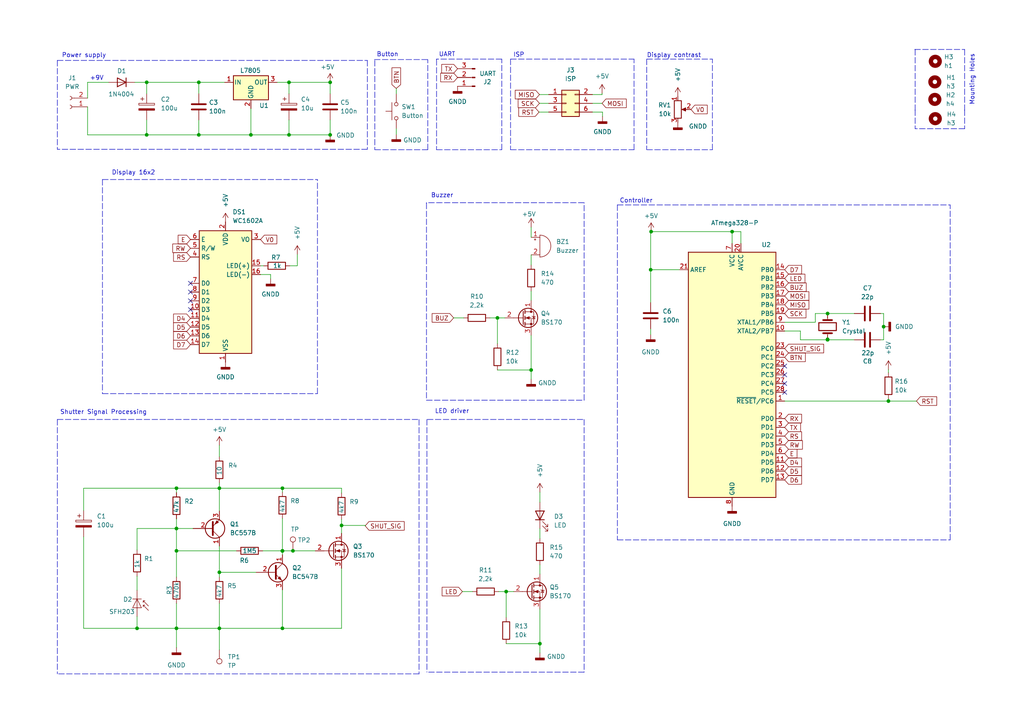
<source format=kicad_sch>
(kicad_sch (version 20211123) (generator eeschema)
  (paper "A4")
  (title_block (title "ShutterCheck") (rev "0.0.2") (company "Halide Systems") (comment 1 "Marcus Schmitz"))
  (lib_symbols
    (symbol "Connector:Conn_01x02_Female" (pin_names (offset 1.016) hide)
      (property "Reference" "J" (at 0 2.54 0))
      (property "Value" "Conn_01x02_Female" (at 0 -5.08 0))
      (symbol "Conn_01x02_Female_1_1"
        (arc (start 0 -2.032) (mid -0.508 -2.54) (end 0 -3.048) (stroke (width 0.1524)))
        (polyline (pts (xy -1.27 -2.54) (xy -0.508 -2.54)) (stroke (width 0.1524)))
        (polyline (pts (xy -1.27 0) (xy -0.508 0)) (stroke (width 0.1524)))
        (arc (start 0 0.508) (mid -0.508 0) (end 0 -0.508) (stroke (width 0.1524)))
        (pin passive line (at -5.08 0 0) (length 3.81) (name "Pin_1") (number "1"))
        (pin passive line (at -5.08 -2.54 0) (length 3.81) (name "Pin_2") (number "2"))
      )
    )
    (symbol "Connector:Conn_01x03_Male" (pin_names (offset 1.016) hide)
      (property "Reference" "J" (at 0 5.08 0))
      (property "Value" "Conn_01x03_Male" (at 0 -5.08 0))
      (symbol "Conn_01x03_Male_1_1"
        (polyline (pts (xy 1.27 -2.54) (xy 0.8636 -2.54)) (stroke (width 0.1524)))
        (polyline (pts (xy 1.27 0) (xy 0.8636 0)) (stroke (width 0.1524)))
        (polyline (pts (xy 1.27 2.54) (xy 0.8636 2.54)) (stroke (width 0.1524)))
        (rectangle (start 0.8636 -2.413) (end 0 -2.667) (stroke (width 0.1524)) (fill (type outline)))
        (rectangle (start 0.8636 0.127) (end 0 -0.127) (stroke (width 0.1524)) (fill (type outline)))
        (rectangle (start 0.8636 2.667) (end 0 2.413) (stroke (width 0.1524)) (fill (type outline)))
        (pin passive line (at 5.08 2.54 180) (length 3.81) (name "Pin_1") (number "1"))
        (pin passive line (at 5.08 0 180) (length 3.81) (name "Pin_2") (number "2"))
        (pin passive line (at 5.08 -2.54 180) (length 3.81) (name "Pin_3") (number "3"))
      )
    )
    (symbol "Connector:TestPoint" (pin_numbers hide) (pin_names (offset 0.762) hide)
      (property "Reference" "TP" (at 0 6.858 0))
      (property "Value" "TestPoint" (at 0 5.08 0))
      (symbol "TestPoint_0_1"
        (circle (center 0 3.302) (radius 0.762))
      )
      (symbol "TestPoint_1_1"
        (pin passive line (at 0 0 90) (length 2.54) (name "1") (number "1"))
      )
    )
    (symbol "Connector_Generic:Conn_02x03_Odd_Even" (pin_names (offset 1.016) hide)
      (property "Reference" "J" (at 1.27 5.08 0))
      (property "Value" "Conn_02x03_Odd_Even" (at 1.27 -5.08 0))
      (symbol "Conn_02x03_Odd_Even_1_1"
        (rectangle (start -1.27 -2.413) (end 0 -2.667) (stroke (width 0.1524)))
        (rectangle (start -1.27 0.127) (end 0 -0.127) (stroke (width 0.1524)))
        (rectangle (start -1.27 2.667) (end 0 2.413) (stroke (width 0.1524)))
        (rectangle (start -1.27 3.81) (end 3.81 -3.81) (stroke (width 0.254)) (fill (type background)))
        (rectangle (start 3.81 -2.413) (end 2.54 -2.667) (stroke (width 0.1524)))
        (rectangle (start 3.81 0.127) (end 2.54 -0.127) (stroke (width 0.1524)))
        (rectangle (start 3.81 2.667) (end 2.54 2.413) (stroke (width 0.1524)))
        (pin passive line (at -5.08 2.54 0) (length 3.81) (name "Pin_1") (number "1"))
        (pin passive line (at 7.62 2.54 180) (length 3.81) (name "Pin_2") (number "2"))
        (pin passive line (at -5.08 0 0) (length 3.81) (name "Pin_3") (number "3"))
        (pin passive line (at 7.62 0 180) (length 3.81) (name "Pin_4") (number "4"))
        (pin passive line (at -5.08 -2.54 0) (length 3.81) (name "Pin_5") (number "5"))
        (pin passive line (at 7.62 -2.54 180) (length 3.81) (name "Pin_6") (number "6"))
      )
    )
    (symbol "Device:Buzzer" (pin_names (offset 0.0254) hide)
      (property "Reference" "BZ" (at 3.81 1.27 0))
      (property "Value" "Buzzer" (at 3.81 -1.27 0))
      (symbol "Buzzer_0_1"
        (arc (start 0 -3.175) (mid 3.175 0) (end 0 3.175))
        (polyline (pts (xy -1.651 1.905) (xy -1.143 1.905)))
        (polyline (pts (xy -1.397 2.159) (xy -1.397 1.651)))
        (polyline (pts (xy 0 3.175) (xy 0 -3.175)))
      )
      (symbol "Buzzer_1_1"
        (pin passive line (at -2.54 2.54 0) (length 2.54) (name "-") (number "1"))
        (pin passive line (at -2.54 -2.54 0) (length 2.54) (name "+") (number "2"))
      )
    )
    (symbol "Device:C" (pin_numbers hide) (pin_names (offset 0.254))
      (property "Reference" "C" (at 0.635 2.54 0))
      (property "Value" "C" (at 0.635 -2.54 0))
      (symbol "C_0_1"
        (polyline (pts (xy -2.032 -0.762) (xy 2.032 -0.762)) (stroke (width 0.508)))
        (polyline (pts (xy -2.032 0.762) (xy 2.032 0.762)) (stroke (width 0.508)))
      )
      (symbol "C_1_1"
        (pin passive line (at 0 3.81 270) (length 2.794) (name "~") (number "1"))
        (pin passive line (at 0 -3.81 90) (length 2.794) (name "~") (number "2"))
      )
    )
    (symbol "Device:C_Polarized" (pin_numbers hide) (pin_names (offset 0.254))
      (property "Reference" "C" (at 0.635 2.54 0))
      (property "Value" "C_Polarized" (at 0.635 -2.54 0))
      (symbol "C_Polarized_0_1"
        (rectangle (start -2.286 0.508) (end 2.286 1.016))
        (polyline (pts (xy -1.778 2.286) (xy -0.762 2.286)))
        (polyline (pts (xy -1.27 2.794) (xy -1.27 1.778)))
        (rectangle (start 2.286 -0.508) (end -2.286 -1.016) (fill (type outline)))
      )
      (symbol "C_Polarized_1_1"
        (pin passive line (at 0 3.81 270) (length 2.794) (name "~") (number "1"))
        (pin passive line (at 0 -3.81 90) (length 2.794) (name "~") (number "2"))
      )
    )
    (symbol "Device:Crystal" (pin_numbers hide) (pin_names (offset 1.016) hide)
      (property "Reference" "Y" (at 0 3.81 0))
      (property "Value" "Crystal" (at 0 -3.81 0))
      (symbol "Crystal_0_1"
        (rectangle (start -1.143 2.54) (end 1.143 -2.54) (stroke (width 0.3048)))
        (polyline (pts (xy -2.54 0) (xy -1.905 0)))
        (polyline (pts (xy -1.905 -1.27) (xy -1.905 1.27)) (stroke (width 0.508)))
        (polyline (pts (xy 1.905 -1.27) (xy 1.905 1.27)) (stroke (width 0.508)))
        (polyline (pts (xy 2.54 0) (xy 1.905 0)))
      )
      (symbol "Crystal_1_1"
        (pin passive line (at -3.81 0 0) (length 1.27) (name "1") (number "1"))
        (pin passive line (at 3.81 0 180) (length 1.27) (name "2") (number "2"))
      )
    )
    (symbol "Device:LED" (pin_numbers hide) (pin_names (offset 1.016) hide)
      (property "Reference" "D" (at 0 2.54 0))
      (property "Value" "LED" (at 0 -2.54 0))
      (symbol "LED_0_1"
        (polyline (pts (xy -1.27 -1.27) (xy -1.27 1.27)) (stroke (width 0.254)))
        (polyline (pts (xy -1.27 0) (xy 1.27 0)))
        (polyline (pts (xy 1.27 -1.27) (xy 1.27 1.27) (xy -1.27 0) (xy 1.27 -1.27)) (stroke (width 0.254)))
        (polyline (pts (xy -3.048 -0.762) (xy -4.572 -2.286) (xy -3.81 -2.286) (xy -4.572 -2.286) (xy -4.572 -1.524)))
        (polyline (pts (xy -1.778 -0.762) (xy -3.302 -2.286) (xy -2.54 -2.286) (xy -3.302 -2.286) (xy -3.302 -1.524)))
      )
      (symbol "LED_1_1"
        (pin passive line (at -3.81 0 0) (length 2.54) (name "K") (number "1"))
        (pin passive line (at 3.81 0 180) (length 2.54) (name "A") (number "2"))
      )
    )
    (symbol "Device:R" (pin_numbers hide) (pin_names (offset 0))
      (property "Reference" "R" (at 2.032 0 90))
      (property "Value" "R" (at 0 0 90))
      (symbol "R_0_1"
        (rectangle (start -1.016 -2.54) (end 1.016 2.54) (stroke (width 0.254)))
      )
      (symbol "R_1_1"
        (pin passive line (at 0 3.81 270) (length 1.27) (name "~") (number "1"))
        (pin passive line (at 0 -3.81 90) (length 1.27) (name "~") (number "2"))
      )
    )
    (symbol "Device:R_Potentiometer" (pin_names (offset 1.016) hide)
      (property "Reference" "RV" (at -4.445 0 90))
      (property "Value" "R_Potentiometer" (at -2.54 0 90))
      (symbol "R_Potentiometer_0_1"
        (polyline (pts (xy 2.54 0) (xy 1.524 0)))
        (polyline (pts (xy 1.143 0) (xy 2.286 0.508) (xy 2.286 -0.508) (xy 1.143 0)) (fill (type outline)))
        (rectangle (start 1.016 2.54) (end -1.016 -2.54) (stroke (width 0.254)))
      )
      (symbol "R_Potentiometer_1_1"
        (pin passive line (at 0 3.81 270) (length 1.27) (name "1") (number "1"))
        (pin passive line (at 3.81 0 180) (length 1.27) (name "2") (number "2"))
        (pin passive line (at 0 -3.81 90) (length 1.27) (name "3") (number "3"))
      )
    )
    (symbol "Diode:1N4004" (pin_numbers hide) (pin_names (offset 1.016) hide)
      (property "Reference" "D" (at 0 2.54 0))
      (property "Value" "1N4004" (at 0 -2.54 0))
      (symbol "1N4004_0_1"
        (polyline (pts (xy -1.27 1.27) (xy -1.27 -1.27)) (stroke (width 0.254)))
        (polyline (pts (xy 1.27 0) (xy -1.27 0)))
        (polyline (pts (xy 1.27 1.27) (xy 1.27 -1.27) (xy -1.27 0) (xy 1.27 1.27)) (stroke (width 0.254)))
      )
      (symbol "1N4004_1_1"
        (pin passive line (at -3.81 0 0) (length 2.54) (name "K") (number "1"))
        (pin passive line (at 3.81 0 180) (length 2.54) (name "A") (number "2"))
      )
    )
    (symbol "Display_Character:WC1602A"
      (property "Reference" "DS" (at -5.842 19.05 0))
      (property "Value" "WC1602A" (at 5.334 19.05 0))
      (symbol "WC1602A_1_1"
        (rectangle (start -7.62 17.78) (end 7.62 -17.78) (stroke (width 0.254)) (fill (type background)))
        (pin power_in line (at 0 -20.32 90) (length 2.54) (name "VSS") (number "1"))
        (pin input line (at -10.16 -5.08 0) (length 2.54) (name "D3") (number "10"))
        (pin input line (at -10.16 -7.62 0) (length 2.54) (name "D4") (number "11"))
        (pin input line (at -10.16 -10.16 0) (length 2.54) (name "D5") (number "12"))
        (pin input line (at -10.16 -12.7 0) (length 2.54) (name "D6") (number "13"))
        (pin input line (at -10.16 -15.24 0) (length 2.54) (name "D7") (number "14"))
        (pin power_in line (at 10.16 7.62 180) (length 2.54) (name "LED(+)") (number "15"))
        (pin power_in line (at 10.16 5.08 180) (length 2.54) (name "LED(-)") (number "16"))
        (pin power_in line (at 0 20.32 270) (length 2.54) (name "VDD") (number "2"))
        (pin input line (at 10.16 15.24 180) (length 2.54) (name "VO") (number "3"))
        (pin input line (at -10.16 10.16 0) (length 2.54) (name "RS") (number "4"))
        (pin input line (at -10.16 12.7 0) (length 2.54) (name "R/W") (number "5"))
        (pin input line (at -10.16 15.24 0) (length 2.54) (name "E") (number "6"))
        (pin input line (at -10.16 2.54 0) (length 2.54) (name "D0") (number "7"))
        (pin input line (at -10.16 0 0) (length 2.54) (name "D1") (number "8"))
        (pin input line (at -10.16 -2.54 0) (length 2.54) (name "D2") (number "9"))
      )
    )
    (symbol "MCU_Microchip_ATmega:ATmega328-P"
      (property "Reference" "U" (at -12.7 36.83 0))
      (property "Value" "ATmega328-P" (at 2.54 -36.83 0))
      (symbol "ATmega328-P_0_1"
        (rectangle (start -12.7 -35.56) (end 12.7 35.56) (stroke (width 0.254)) (fill (type background)))
      )
      (symbol "ATmega328-P_1_1"
        (pin bidirectional line (at 15.24 -7.62 180) (length 2.54) (name "~{RESET}/PC6") (number "1"))
        (pin bidirectional line (at 15.24 12.7 180) (length 2.54) (name "XTAL2/PB7") (number "10"))
        (pin bidirectional line (at 15.24 -25.4 180) (length 2.54) (name "PD5") (number "11"))
        (pin bidirectional line (at 15.24 -27.94 180) (length 2.54) (name "PD6") (number "12"))
        (pin bidirectional line (at 15.24 -30.48 180) (length 2.54) (name "PD7") (number "13"))
        (pin bidirectional line (at 15.24 30.48 180) (length 2.54) (name "PB0") (number "14"))
        (pin bidirectional line (at 15.24 27.94 180) (length 2.54) (name "PB1") (number "15"))
        (pin bidirectional line (at 15.24 25.4 180) (length 2.54) (name "PB2") (number "16"))
        (pin bidirectional line (at 15.24 22.86 180) (length 2.54) (name "PB3") (number "17"))
        (pin bidirectional line (at 15.24 20.32 180) (length 2.54) (name "PB4") (number "18"))
        (pin bidirectional line (at 15.24 17.78 180) (length 2.54) (name "PB5") (number "19"))
        (pin bidirectional line (at 15.24 -12.7 180) (length 2.54) (name "PD0") (number "2"))
        (pin power_in line (at 2.54 38.1 270) (length 2.54) (name "AVCC") (number "20"))
        (pin passive line (at -15.24 30.48 0) (length 2.54) (name "AREF") (number "21"))
        (pin passive line (at 0 -38.1 90) (length 2.54) hide (name "GND") (number "22"))
        (pin bidirectional line (at 15.24 7.62 180) (length 2.54) (name "PC0") (number "23"))
        (pin bidirectional line (at 15.24 5.08 180) (length 2.54) (name "PC1") (number "24"))
        (pin bidirectional line (at 15.24 2.54 180) (length 2.54) (name "PC2") (number "25"))
        (pin bidirectional line (at 15.24 0 180) (length 2.54) (name "PC3") (number "26"))
        (pin bidirectional line (at 15.24 -2.54 180) (length 2.54) (name "PC4") (number "27"))
        (pin bidirectional line (at 15.24 -5.08 180) (length 2.54) (name "PC5") (number "28"))
        (pin bidirectional line (at 15.24 -15.24 180) (length 2.54) (name "PD1") (number "3"))
        (pin bidirectional line (at 15.24 -17.78 180) (length 2.54) (name "PD2") (number "4"))
        (pin bidirectional line (at 15.24 -20.32 180) (length 2.54) (name "PD3") (number "5"))
        (pin bidirectional line (at 15.24 -22.86 180) (length 2.54) (name "PD4") (number "6"))
        (pin power_in line (at 0 38.1 270) (length 2.54) (name "VCC") (number "7"))
        (pin power_in line (at 0 -38.1 90) (length 2.54) (name "GND") (number "8"))
        (pin bidirectional line (at 15.24 15.24 180) (length 2.54) (name "XTAL1/PB6") (number "9"))
      )
    )
    (symbol "Marquadt_Switch:SW_Key_6425_0101" (pin_numbers hide) (pin_names (offset 1.016) hide)
      (property "Reference" "SW" (at 1.27 2.54 0))
      (property "Value" "SW_Key_6425_0101" (at 0 -1.524 0))
      (symbol "SW_Key_6425_0101_0_1"
        (circle (center -2.032 0) (radius 0.508))
        (polyline (pts (xy 0 1.27) (xy 0 3.048)))
        (polyline (pts (xy 2.54 1.27) (xy -2.54 1.27)))
        (circle (center 2.032 0) (radius 0.508))
        (pin passive line (at -5.08 0 0) (length 2.54) (name "1") (number "1"))
        (pin passive line (at 5.08 0 180) (length 2.54) (name "2") (number "2"))
      )
    )
    (symbol "Mechanical:MountingHole" (pin_names (offset 1.016))
      (property "Reference" "H" (at 0 5.08 0))
      (property "Value" "MountingHole" (at 0 3.175 0))
      (symbol "MountingHole_0_1"
        (circle (center 0 0) (radius 1.27) (stroke (width 1.27)))
      )
    )
    (symbol "Regulator_Linear:L7805" (pin_names (offset 0.254))
      (property "Reference" "U" (at -3.81 3.175 0))
      (property "Value" "L7805" (at 0 3.175 0))
      (symbol "L7805_0_1"
        (rectangle (start -5.08 1.905) (end 5.08 -5.08) (stroke (width 0.254)) (fill (type background)))
      )
      (symbol "L7805_1_1"
        (pin power_in line (at -7.62 0 0) (length 2.54) (name "IN") (number "1"))
        (pin power_in line (at 0 -7.62 90) (length 2.54) (name "GND") (number "2"))
        (pin power_out line (at 7.62 0 180) (length 2.54) (name "OUT") (number "3"))
      )
    )
    (symbol "Sensor_Optical:SFH203" (pin_numbers hide) (pin_names hide)
      (property "Reference" "D" (at 0.508 1.778 0))
      (property "Value" "SFH203" (at -1.016 -2.794 0))
      (symbol "SFH203_0_1"
        (polyline (pts (xy -2.54 0) (xy 0 0)))
        (polyline (pts (xy -2.54 1.27) (xy -2.54 -1.27)) (stroke (width 0.1524)))
        (polyline (pts (xy -2.032 1.778) (xy -1.524 1.778)))
        (polyline (pts (xy 0 -1.27) (xy 0 1.27)))
        (polyline (pts (xy -0.508 3.302) (xy -2.032 1.778) (xy -2.032 2.286)))
        (polyline (pts (xy 0 1.27) (xy -2.54 0) (xy 0 -1.27)))
        (polyline (pts (xy 0.762 3.302) (xy -0.762 1.778) (xy -0.762 2.286) (xy -0.762 1.778) (xy -0.254 1.778)))
      )
      (symbol "SFH203_1_1"
        (pin passive line (at -5.08 0 0) (length 2.54) (name "K") (number "1"))
        (pin passive line (at 2.54 0 180) (length 2.54) (name "A") (number "2"))
      )
    )
    (symbol "Transistor_BJT:BC547" (pin_names (offset 0) hide)
      (property "Reference" "Q" (at 5.08 1.905 0))
      (property "Value" "BC547" (at 5.08 0 0))
      (symbol "BC547_0_1"
        (polyline (pts (xy 0 0) (xy 0.635 0)))
        (polyline (pts (xy 0.635 0.635) (xy 2.54 2.54)))
        (polyline (pts (xy 0.635 -0.635) (xy 2.54 -2.54) (xy 2.54 -2.54)))
        (polyline (pts (xy 0.635 1.905) (xy 0.635 -1.905) (xy 0.635 -1.905)) (stroke (width 0.508)))
        (polyline (pts (xy 1.27 -1.778) (xy 1.778 -1.27) (xy 2.286 -2.286) (xy 1.27 -1.778) (xy 1.27 -1.778)) (fill (type outline)))
        (circle (center 1.27 0) (radius 2.8194) (stroke (width 0.254)))
      )
      (symbol "BC547_1_1"
        (pin passive line (at 2.54 5.08 270) (length 2.54) (name "C") (number "1"))
        (pin input line (at -5.08 0 0) (length 5.08) (name "B") (number "2"))
        (pin passive line (at 2.54 -5.08 90) (length 2.54) (name "E") (number "3"))
      )
    )
    (symbol "Transistor_BJT:BC557" (pin_names (offset 0) hide)
      (property "Reference" "Q" (at 5.08 1.905 0))
      (property "Value" "BC557" (at 5.08 0 0))
      (symbol "BC557_0_1"
        (polyline (pts (xy 0.635 0.635) (xy 2.54 2.54)))
        (polyline (pts (xy 0.635 -0.635) (xy 2.54 -2.54) (xy 2.54 -2.54)))
        (polyline (pts (xy 0.635 1.905) (xy 0.635 -1.905) (xy 0.635 -1.905)) (stroke (width 0.508)))
        (polyline (pts (xy 2.286 -1.778) (xy 1.778 -2.286) (xy 1.27 -1.27) (xy 2.286 -1.778) (xy 2.286 -1.778)) (fill (type outline)))
        (circle (center 1.27 0) (radius 2.8194) (stroke (width 0.254)))
      )
      (symbol "BC557_1_1"
        (pin passive line (at 2.54 5.08 270) (length 2.54) (name "C") (number "1"))
        (pin input line (at -5.08 0 0) (length 5.715) (name "B") (number "2"))
        (pin passive line (at 2.54 -5.08 90) (length 2.54) (name "E") (number "3"))
      )
    )
    (symbol "Transistor_FET:BS170" (pin_names hide)
      (property "Reference" "Q" (at 5.08 1.905 0))
      (property "Value" "BS170" (at 5.08 0 0))
      (symbol "BS170_0_1"
        (polyline (pts (xy 0.254 0) (xy -2.54 0)))
        (polyline (pts (xy 0.254 1.905) (xy 0.254 -1.905)) (stroke (width 0.254)))
        (polyline (pts (xy 0.762 -1.27) (xy 0.762 -2.286)) (stroke (width 0.254)))
        (polyline (pts (xy 0.762 0.508) (xy 0.762 -0.508)) (stroke (width 0.254)))
        (polyline (pts (xy 0.762 2.286) (xy 0.762 1.27)) (stroke (width 0.254)))
        (polyline (pts (xy 2.54 2.54) (xy 2.54 1.778)))
        (polyline (pts (xy 2.54 -2.54) (xy 2.54 0) (xy 0.762 0)))
        (polyline (pts (xy 0.762 -1.778) (xy 3.302 -1.778) (xy 3.302 1.778) (xy 0.762 1.778)))
        (polyline (pts (xy 1.016 0) (xy 2.032 0.381) (xy 2.032 -0.381) (xy 1.016 0)) (fill (type outline)))
        (polyline (pts (xy 2.794 0.508) (xy 2.921 0.381) (xy 3.683 0.381) (xy 3.81 0.254)))
        (polyline (pts (xy 3.302 0.381) (xy 2.921 -0.254) (xy 3.683 -0.254) (xy 3.302 0.381)))
        (circle (center 1.651 0) (radius 2.794) (stroke (width 0.254)))
        (circle (center 2.54 -1.778) (radius 0.254) (fill (type outline)))
        (circle (center 2.54 1.778) (radius 0.254) (fill (type outline)))
      )
      (symbol "BS170_1_1"
        (pin passive line (at 2.54 5.08 270) (length 2.54) (name "D") (number "1"))
        (pin input line (at -5.08 0 0) (length 2.54) (name "G") (number "2"))
        (pin passive line (at 2.54 -5.08 90) (length 2.54) (name "S") (number "3"))
      )
    )
    (symbol "power:+5V" (power) (pin_names (offset 0))
      (property "Value" "+5V" (at 0 3.556 0))
      (symbol "+5V_0_1"
        (polyline (pts (xy -0.762 1.27) (xy 0 2.54)))
        (polyline (pts (xy 0 0) (xy 0 2.54)))
        (polyline (pts (xy 0 2.54) (xy 0.762 1.27)))
      )
      (symbol "+5V_1_1"
        (pin power_in line (at 0 0 90) (length 0) hide (name "+5V") (number "1"))
      )
    )
    (symbol "power:GNDD" (power) (pin_names (offset 0))
      (property "Value" "GNDD" (at 0 -3.175 0))
      (symbol "GNDD_0_1"
        (rectangle (start -1.27 -1.524) (end 1.27 -2.032) (stroke (width 0.254)) (fill (type outline)))
        (polyline (pts (xy 0 0) (xy 0 -1.524)))
      )
      (symbol "GNDD_1_1"
        (pin power_in line (at 0 0 270) (length 0) hide (name "GNDD") (number "1"))
      )
    )
  )
  (junction (at 42.545 39.116))
  (junction (at 39.751 182.245))
  (junction (at 51.181 182.245) (diameter 0.9144))
  (junction (at 240.03 90.932))
  (junction (at 81.915 182.245) (diameter 0.9144))
  (junction (at 81.915 141.605))
  (junction (at 51.181 153.289) (diameter 0.9144))
  (junction (at 72.771 39.116))
  (junction (at 146.812 171.577))
  (junction (at 240.03 98.425))
  (junction (at 83.82 23.876))
  (junction (at 156.591 186.69))
  (junction (at 57.658 39.116))
  (junction (at 63.627 182.245) (diameter 0.9144))
  (junction (at 257.683 116.332))
  (junction (at 188.722 78.232))
  (junction (at 188.849 67.183))
  (junction (at 144.272 92.202))
  (junction (at 95.758 39.116))
  (junction (at 212.344 67.183))
  (junction (at 57.658 23.876))
  (junction (at 81.915 159.7914) (diameter 0.9144))
  (junction (at 42.545 23.876))
  (junction (at 81.915 159.766) (diameter 0.9144))
  (junction (at 240.03 98.552))
  (junction (at 51.181 159.766) (diameter 0.9144))
  (junction (at 63.627 141.605) (diameter 0.9144))
  (junction (at 63.627 165.989) (diameter 0.9144))
  (junction (at 51.181 141.605))
  (junction (at 83.82 39.116))
  (junction (at 84.963 159.766))
  (junction (at 256.286 94.742))
  (junction (at 99.06 152.4))
  (junction (at 95.758 23.876))
  (junction (at 154.051 107.315))
  (no_connect (at 227.584 113.792))
  (no_connect (at 55.245 89.789))
  (no_connect (at 55.245 87.249))
  (no_connect (at 55.245 84.709))
  (no_connect (at 55.245 82.169))
  (no_connect (at 227.584 106.172))
  (no_connect (at 227.584 108.712))
  (no_connect (at 227.584 111.252))
  (wire (pts (xy 83.82 23.876) (xy 80.391 23.876)))
  (wire (pts (xy 24.257 141.605) (xy 51.181 141.605)))
  (wire (pts (xy 188.722 95.377) (xy 188.722 97.028)))
  (wire (pts (xy 114.935 37.338) (xy 114.935 38.989)))
  (wire (pts (xy 81.915 150.368) (xy 81.915 159.766)))
  (wire (pts (xy 81.915 159.766) (xy 81.915 159.7914)))
  (wire (pts (xy 81.915 159.7914) (xy 81.915 160.909)))
  (wire (pts (xy 142.113 92.202) (xy 144.272 92.202)))
  (wire (pts (xy 99.06 141.605) (xy 99.06 143.002)))
  (polyline (pts (xy 121.539 195.453) (xy 16.637 195.453)))
  (wire (pts (xy 75.565 79.629) (xy 78.486 79.629)))
  (wire (pts (xy 154.051 97.282) (xy 154.051 107.315)))
  (polyline (pts (xy 108.712 43.434) (xy 124.079 43.434)))
  (wire (pts (xy 247.777 98.552) (xy 240.03 98.552)))
  (polyline (pts (xy 265.43 14.351) (xy 265.43 32.131)))
  (wire (pts (xy 227.584 116.332) (xy 257.683 116.332)))
  (wire (pts (xy 255.397 98.552) (xy 256.286 98.552)))
  (polyline (pts (xy 279.781 31.877) (xy 279.781 37.338)))
  (wire (pts (xy 51.181 159.766) (xy 68.58 159.766)))
  (wire (pts (xy 51.181 153.289) (xy 51.181 150.495)))
  (wire (pts (xy 56.007 153.289) (xy 51.181 153.289)))
  (wire (pts (xy 174.625 27.051) (xy 174.625 27.432)))
  (wire (pts (xy 83.82 34.798) (xy 83.82 39.116)))
  (wire (pts (xy 188.849 67.183) (xy 188.722 67.183)))
  (wire (pts (xy 214.884 67.183) (xy 212.344 67.183)))
  (wire (pts (xy 24.257 182.245) (xy 39.751 182.245)))
  (wire (pts (xy 63.627 175.006) (xy 63.627 182.245)))
  (wire (pts (xy 63.627 182.245) (xy 63.627 188.4934)))
  (polyline (pts (xy 187.579 17.145) (xy 206.629 17.145)))
  (wire (pts (xy 83.82 23.876) (xy 95.758 23.876)))
  (polyline (pts (xy 16.637 121.666) (xy 16.637 195.453)))
  (wire (pts (xy 257.683 116.332) (xy 257.683 115.697)))
  (wire (pts (xy 84.963 159.766) (xy 91.44 159.766)))
  (wire (pts (xy 265.811 116.332) (xy 257.683 116.332)))
  (wire (pts (xy 42.545 39.116) (xy 42.545 34.798)))
  (polyline (pts (xy 279.781 37.338) (xy 265.43 37.338)))
  (polyline (pts (xy 206.629 43.434) (xy 206.629 17.145)))
  (polyline (pts (xy 123.825 121.666) (xy 123.825 194.945)))
  (polyline (pts (xy 123.698 58.928) (xy 123.698 116.078)))
  (wire (pts (xy 236.474 93.472) (xy 236.474 90.932)))
  (polyline (pts (xy 126.619 17.145) (xy 126.619 17.272)))
  (wire (pts (xy 257.683 107.188) (xy 257.683 108.077)))
  (wire (pts (xy 42.545 23.876) (xy 42.545 27.178)))
  (wire (pts (xy 232.156 96.012) (xy 227.584 96.012)))
  (wire (pts (xy 256.286 90.932) (xy 256.286 94.742)))
  (wire (pts (xy 76.2 159.766) (xy 81.915 159.766)))
  (polyline (pts (xy 265.43 31.877) (xy 265.43 37.338)))
  (wire (pts (xy 57.658 23.876) (xy 57.658 27.178)))
  (wire (pts (xy 212.344 67.183) (xy 188.849 67.183)))
  (wire (pts (xy 114.935 25.654) (xy 114.935 27.178)))
  (wire (pts (xy 236.474 90.932) (xy 240.03 90.932)))
  (wire (pts (xy 154.051 107.315) (xy 154.051 109.982)))
  (polyline (pts (xy 187.579 17.145) (xy 187.579 43.434)))
  (wire (pts (xy 63.627 129.159) (xy 63.627 132.461)))
  (wire (pts (xy 171.831 29.972) (xy 174.625 29.972)))
  (polyline (pts (xy 16.637 121.666) (xy 121.539 121.666)))
  (wire (pts (xy 240.03 98.552) (xy 232.156 98.552)))
  (wire (pts (xy 39.751 153.289) (xy 39.751 159.512)))
  (wire (pts (xy 51.181 153.289) (xy 39.751 153.289)))
  (wire (pts (xy 134.112 171.577) (xy 137.033 171.577)))
  (wire (pts (xy 227.584 93.472) (xy 236.474 93.472)))
  (polyline (pts (xy 265.303 14.351) (xy 279.781 14.351)))
  (wire (pts (xy 154.051 84.455) (xy 154.051 87.122)))
  (wire (pts (xy 86.233 77.089) (xy 86.233 73.787)))
  (polyline (pts (xy 148.082 17.145) (xy 148.082 43.434)))
  (wire (pts (xy 63.627 158.369) (xy 63.627 165.989)))
  (wire (pts (xy 63.627 165.989) (xy 63.627 167.386)))
  (polyline (pts (xy 29.718 52.07) (xy 29.718 114.173)))
  (wire (pts (xy 95.758 39.116) (xy 83.82 39.116)))
  (wire (pts (xy 57.658 34.798) (xy 57.658 39.116)))
  (wire (pts (xy 99.06 164.846) (xy 99.06 182.245)))
  (wire (pts (xy 99.06 182.245) (xy 81.915 182.245)))
  (polyline (pts (xy 16.637 17.526) (xy 106.553 17.526)))
  (polyline (pts (xy 126.619 43.434) (xy 145.542 43.434)))
  (polyline (pts (xy 275.59 156.591) (xy 275.59 59.436)))
  (polyline (pts (xy 16.637 17.526) (xy 16.637 43.307)))
  (wire (pts (xy 99.06 152.4) (xy 105.918 152.4)))
  (polyline (pts (xy 92.075 114.173) (xy 92.075 52.07)))
  (polyline (pts (xy 148.082 43.434) (xy 183.896 43.434)))
  (wire (pts (xy 81.915 171.069) (xy 81.915 182.245)))
  (wire (pts (xy 81.915 182.245) (xy 63.627 182.245)))
  (polyline (pts (xy 169.418 58.801) (xy 123.698 58.801)))
  (wire (pts (xy 57.658 39.116) (xy 42.545 39.116)))
  (wire (pts (xy 156.591 142.748) (xy 156.591 145.669)))
  (wire (pts (xy 39.116 23.876) (xy 42.545 23.876)))
  (polyline (pts (xy 148.082 17.145) (xy 183.896 17.145)))
  (polyline (pts (xy 126.619 17.272) (xy 126.619 43.434)))
  (wire (pts (xy 146.812 186.69) (xy 156.591 186.69)))
  (wire (pts (xy 78.486 79.629) (xy 78.486 80.899)))
  (polyline (pts (xy 169.418 194.945) (xy 123.825 194.945)))
  (wire (pts (xy 99.06 150.622) (xy 99.06 152.4)))
  (wire (pts (xy 81.915 141.605) (xy 63.627 141.605)))
  (wire (pts (xy 81.915 142.748) (xy 81.915 141.605)))
  (polyline (pts (xy 179.07 156.591) (xy 275.59 156.591)))
  (polyline (pts (xy 145.542 43.434) (xy 145.542 17.145)))
  (wire (pts (xy 255.397 90.932) (xy 256.286 90.932)))
  (polyline (pts (xy 123.698 116.078) (xy 169.418 116.078)))
  (wire (pts (xy 188.722 67.183) (xy 188.722 78.232)))
  (wire (pts (xy 75.565 77.089) (xy 76.454 77.089)))
  (polyline (pts (xy 108.585 17.272) (xy 124.079 17.272)))
  (wire (pts (xy 57.658 23.876) (xy 65.151 23.876)))
  (wire (pts (xy 31.496 23.876) (xy 25.4 23.876)))
  (wire (pts (xy 25.4 23.876) (xy 25.4 28.448)))
  (polyline (pts (xy 179.07 59.436) (xy 275.59 59.436)))
  (wire (pts (xy 174.752 33.782) (xy 174.752 32.512)))
  (wire (pts (xy 63.627 165.989) (xy 74.295 165.989)))
  (polyline (pts (xy 123.952 121.666) (xy 169.418 121.666)))
  (wire (pts (xy 72.771 39.116) (xy 57.658 39.116)))
  (wire (pts (xy 144.272 92.202) (xy 144.272 99.695)))
  (wire (pts (xy 39.751 167.132) (xy 39.751 171.196)))
  (wire (pts (xy 83.82 27.178) (xy 83.82 23.876)))
  (wire (pts (xy 171.831 27.432) (xy 174.625 27.432)))
  (wire (pts (xy 240.03 90.932) (xy 247.777 90.932)))
  (wire (pts (xy 146.812 171.577) (xy 146.812 179.07)))
  (wire (pts (xy 156.591 153.289) (xy 156.591 156.21)))
  (wire (pts (xy 95.758 34.798) (xy 95.758 39.116)))
  (wire (pts (xy 154.051 73.914) (xy 154.051 76.835)))
  (wire (pts (xy 81.915 159.766) (xy 84.963 159.766)))
  (wire (pts (xy 171.831 32.512) (xy 174.752 32.512)))
  (polyline (pts (xy 29.718 52.07) (xy 92.075 52.07)))
  (wire (pts (xy 154.051 65.913) (xy 154.051 68.834)))
  (wire (pts (xy 25.4 30.988) (xy 25.4 39.116)))
  (wire (pts (xy 39.751 178.816) (xy 39.751 182.245)))
  (wire (pts (xy 39.751 182.245) (xy 51.181 182.245)))
  (wire (pts (xy 51.181 182.245) (xy 51.181 175.006)))
  (wire (pts (xy 156.337 32.512) (xy 159.131 32.512)))
  (polyline (pts (xy 279.781 14.351) (xy 279.781 32.131)))
  (wire (pts (xy 63.627 182.245) (xy 51.181 182.245)))
  (wire (pts (xy 105.918 152.4) (xy 105.918 152.527)))
  (polyline (pts (xy 121.539 121.666) (xy 121.539 195.453)))
  (wire (pts (xy 256.286 98.552) (xy 256.286 94.742)))
  (polyline (pts (xy 169.418 116.078) (xy 169.418 58.801)))
  (wire (pts (xy 156.591 186.69) (xy 156.591 189.357)))
  (wire (pts (xy 144.272 107.315) (xy 154.051 107.315)))
  (polyline (pts (xy 108.712 17.526) (xy 108.712 43.434)))
  (polyline (pts (xy 179.07 59.436) (xy 179.07 156.591)))
  (wire (pts (xy 51.181 141.605) (xy 51.181 142.875)))
  (wire (pts (xy 51.181 141.605) (xy 63.627 141.605)))
  (wire (pts (xy 63.627 140.081) (xy 63.627 141.605)))
  (wire (pts (xy 197.104 78.232) (xy 188.722 78.232)))
  (wire (pts (xy 156.591 176.657) (xy 156.591 186.69)))
  (polyline (pts (xy 123.698 58.801) (xy 123.698 58.928)))
  (polyline (pts (xy 124.079 43.434) (xy 124.079 17.272)))
  (polyline (pts (xy 106.553 43.307) (xy 16.637 43.307)))
  (wire (pts (xy 51.181 153.289) (xy 51.181 159.766)))
  (wire (pts (xy 51.181 159.766) (xy 51.181 167.386)))
  (wire (pts (xy 95.758 23.876) (xy 95.758 27.178)))
  (wire (pts (xy 131.572 92.202) (xy 134.493 92.202)))
  (polyline (pts (xy 29.718 114.173) (xy 92.075 114.173)))
  (wire (pts (xy 232.156 98.552) (xy 232.156 96.012)))
  (wire (pts (xy 99.06 152.4) (xy 99.06 154.686)))
  (wire (pts (xy 188.722 78.232) (xy 188.722 87.757)))
  (wire (pts (xy 99.06 141.605) (xy 81.915 141.605)))
  (wire (pts (xy 212.344 67.183) (xy 212.344 70.612)))
  (polyline (pts (xy 145.542 17.145) (xy 126.619 17.145)))
  (wire (pts (xy 42.545 23.876) (xy 57.658 23.876)))
  (wire (pts (xy 24.257 148.082) (xy 24.257 141.605)))
  (wire (pts (xy 156.464 29.972) (xy 159.131 29.972)))
  (wire (pts (xy 144.272 92.202) (xy 146.431 92.202)))
  (wire (pts (xy 84.074 77.089) (xy 86.233 77.089)))
  (wire (pts (xy 63.627 148.209) (xy 63.627 141.605)))
  (polyline (pts (xy 169.418 121.666) (xy 169.418 194.945)))
  (wire (pts (xy 146.812 171.577) (xy 148.971 171.577)))
  (wire (pts (xy 156.464 27.432) (xy 159.131 27.432)))
  (polyline (pts (xy 106.553 17.526) (xy 106.553 43.307)))
  (wire (pts (xy 214.884 70.612) (xy 214.884 67.183)))
  (polyline (pts (xy 187.579 43.434) (xy 206.629 43.434)))
  (wire (pts (xy 25.4 39.116) (xy 42.545 39.116)))
  (wire (pts (xy 83.82 39.116) (xy 72.771 39.116)))
  (wire (pts (xy 24.257 155.702) (xy 24.257 182.245)))
  (wire (pts (xy 51.181 182.245) (xy 51.181 187.833)))
  (polyline (pts (xy 183.896 43.434) (xy 183.896 17.145)))
  (wire (pts (xy 144.653 171.577) (xy 146.812 171.577)))
  (wire (pts (xy 156.591 163.83) (xy 156.591 166.497)))
  (wire (pts (xy 240.03 98.552) (xy 240.03 98.425)))
  (wire (pts (xy 72.771 31.496) (xy 72.771 39.116)))
  (text "ISP" (at 148.844 16.764 0) (effects (font (size 1.27 1.27)) (justify left bottom)))
  (text "UART" (at 127.254 16.637 0) (effects (font (size 1.27 1.27)) (justify left bottom)))
  (text "+9V" (at 26.035 23.495 0) (effects (font (size 1.27 1.27)) (justify left bottom)))
  (text "Button\n" (at 109.22 16.637 0) (effects (font (size 1.27 1.27)) (justify left bottom)))
  (text "LED driver\n" (at 126.111 120.142 0) (effects (font (size 1.27 1.27)) (justify left bottom)))
  (text "Power supply" (at 17.907 16.891 0) (effects (font (size 1.27 1.27)) (justify left bottom)))
  (text "Buzzer\n" (at 124.968 57.531 0) (effects (font (size 1.27 1.27)) (justify left bottom)))
  (text "Display 16x2\n" (at 32.385 50.927 0) (effects (font (size 1.27 1.27)) (justify left bottom)))
  (text "Shutter Signal Processing\n" (at 17.399 120.396 0) (effects (font (size 1.27 1.27)) (justify left bottom)))
  (text "Mounting Holes" (at 282.702 30.607 90) (effects (font (size 1.27 1.27)) (justify left bottom)))
  (text "Display contrast" (at 187.579 16.891 0) (effects (font (size 1.27 1.27)) (justify left bottom)))
  (text "Controller" (at 179.705 59.055 0) (effects (font (size 1.27 1.27)) (justify left bottom)))
  (global_label "D6" (shape input) (at 227.584 139.192 0) (property "Intersheet References" "${INTERSHEET_REFS}" (effects hide)))
  (global_label "D7" (shape input) (at 227.584 78.232 0) (property "Intersheet References" "${INTERSHEET_REFS}" (effects hide)))
  (global_label "RW" (shape input) (at 227.584 129.032 0) (property "Intersheet References" "${INTERSHEET_REFS}" (effects hide)))
  (global_label "SHUT_SIG" (shape input) (at 227.584 101.092 0) (property "Intersheet References" "${INTERSHEET_REFS}" (effects hide)))
  (global_label "D5" (shape input) (at 55.245 94.869 180) (property "Intersheet References" "${INTERSHEET_REFS}" (effects hide)))
  (global_label "RW" (shape input) (at 55.245 72.009 180) (property "Intersheet References" "${INTERSHEET_REFS}" (effects hide)))
  (global_label "BTN" (shape input) (at 227.584 103.632 0) (property "Intersheet References" "${INTERSHEET_REFS}" (effects hide)))
  (global_label "LED" (shape input) (at 227.584 80.772 0) (property "Intersheet References" "${INTERSHEET_REFS}" (effects hide)))
  (global_label "RST" (shape input) (at 265.811 116.332 0) (property "Intersheet References" "${INTERSHEET_REFS}" (effects hide)))
  (global_label "MISO" (shape input) (at 156.464 27.432 180) (property "Intersheet References" "${INTERSHEET_REFS}" (effects hide)))
  (global_label "RX" (shape input) (at 132.715 22.479 180) (property "Intersheet References" "${INTERSHEET_REFS}" (effects hide)))
  (global_label "TX" (shape input) (at 227.584 123.952 0) (property "Intersheet References" "${INTERSHEET_REFS}" (effects hide)))
  (global_label "V0" (shape input) (at 200.406 31.75 0) (property "Intersheet References" "${INTERSHEET_REFS}" (effects hide)))
  (global_label "TX" (shape input) (at 132.715 19.939 180) (property "Intersheet References" "${INTERSHEET_REFS}" (effects hide)))
  (global_label "RX" (shape input) (at 227.584 121.412 0) (property "Intersheet References" "${INTERSHEET_REFS}" (effects hide)))
  (global_label "BUZ" (shape input) (at 131.572 92.202 180) (property "Intersheet References" "${INTERSHEET_REFS}" (effects hide)))
  (global_label "V0" (shape input) (at 75.565 69.469 0) (property "Intersheet References" "${INTERSHEET_REFS}" (effects hide)))
  (global_label "E" (shape input) (at 55.245 69.469 180) (property "Intersheet References" "${INTERSHEET_REFS}" (effects hide)))
  (global_label "MISO" (shape input) (at 227.584 88.392 0) (property "Intersheet References" "${INTERSHEET_REFS}" (effects hide)))
  (global_label "E" (shape input) (at 227.584 131.572 0) (property "Intersheet References" "${INTERSHEET_REFS}" (effects hide)))
  (global_label "SCK" (shape input) (at 227.584 90.932 0) (property "Intersheet References" "${INTERSHEET_REFS}" (effects hide)))
  (global_label "D4" (shape input) (at 227.584 134.112 0) (property "Intersheet References" "${INTERSHEET_REFS}" (effects hide)))
  (global_label "D6" (shape input) (at 55.245 97.409 180) (property "Intersheet References" "${INTERSHEET_REFS}" (effects hide)))
  (global_label "MOSI" (shape input) (at 174.625 29.972 0) (property "Intersheet References" "${INTERSHEET_REFS}" (effects hide)))
  (global_label "RS" (shape input) (at 227.584 126.492 0) (property "Intersheet References" "${INTERSHEET_REFS}" (effects hide)))
  (global_label "SCK" (shape input) (at 156.464 29.972 180) (property "Intersheet References" "${INTERSHEET_REFS}" (effects hide)))
  (global_label "LED" (shape input) (at 134.112 171.577 180) (property "Intersheet References" "${INTERSHEET_REFS}" (effects hide)))
  (global_label "D5" (shape input) (at 227.584 136.652 0) (property "Intersheet References" "${INTERSHEET_REFS}" (effects hide)))
  (global_label "BTN" (shape input) (at 114.935 25.654 90) (property "Intersheet References" "${INTERSHEET_REFS}" (effects hide)))
  (global_label "BUZ" (shape input) (at 227.584 83.312 0) (property "Intersheet References" "${INTERSHEET_REFS}" (effects hide)))
  (global_label "D4" (shape input) (at 55.245 92.329 180) (property "Intersheet References" "${INTERSHEET_REFS}" (effects hide)))
  (global_label "SHUT_SIG" (shape input) (at 105.918 152.527 0) (property "Intersheet References" "${INTERSHEET_REFS}" (effects hide)))
  (global_label "D7" (shape input) (at 55.245 99.949 180) (property "Intersheet References" "${INTERSHEET_REFS}" (effects hide)))
  (global_label "RS" (shape input) (at 55.245 74.549 180) (property "Intersheet References" "${INTERSHEET_REFS}" (effects hide)))
  (global_label "MOSI" (shape input) (at 227.584 85.852 0) (property "Intersheet References" "${INTERSHEET_REFS}" (effects hide)))
  (global_label "RST" (shape input) (at 156.337 32.512 180) (property "Intersheet References" "${INTERSHEET_REFS}" (effects hide)))
  (symbol (lib_id "Transistor_FET:BS170") (at 154.051 171.577 0) (unit 1)
    (property "Reference" "Q5" (at 159.385 170.3069 0) (effects (justify left)))
    (property "Value" "BS170" (at 159.385 172.8469 0) (effects (justify left)))
    (property "Footprint" "Package_TO_SOT_THT:TO-92_Inline_Wide" (effects hide))
    (property "Datasheet" "https://www.onsemi.com/pub/Collateral/BS170-D.PDF" (effects hide))
  )
  (symbol (lib_id "Diode:1N4004") (at 35.306 23.876 180) (unit 1)
    (property "Reference" "D1" (at 35.306 20.574 0))
    (property "Value" "1N4004" (at 35.179 27.305 0))
    (property "Footprint" "Diode_THT:D_DO-41_SOD81_P10.16mm_Horizontal" (effects hide))
    (property "Datasheet" "http://www.vishay.com/docs/88503/1n4001.pdf" (effects hide))
  )
  (symbol (lib_id "power:+5V") (at 196.596 27.94 0) (unit 1)
    (property "Reference" "#PWR019" (effects hide))
    (property "Value" "+5V" (at 196.596 19.685 90) (effects (justify right)))
  )
  (symbol (lib_id "Device:R") (at 81.915 146.558 0) (unit 1)
    (property "Reference" "R8" (at 84.201 145.2879 0) (effects (justify left)))
    (property "Value" "4k7" (at 81.915 146.8119 90))
    (property "Footprint" "Resistor_THT:R_Axial_DIN0204_L3.6mm_D1.6mm_P7.62mm_Horizontal" (effects hide))
  )
  (symbol (lib_id "power:GNDD") (at 174.752 33.782 0) (unit 1)
    (property "Reference" "#PWR016" (effects hide))
    (property "Value" "GNDD" (at 174.752 38.227 0))
  )
  (symbol (lib_id "power:+5V") (at 257.683 107.188 0) (unit 1)
    (property "Reference" "#PWR023" (effects hide))
    (property "Value" "+5V" (at 257.683 98.933 90) (effects (justify right)))
  )
  (symbol (lib_id "power:GNDD") (at 256.286 94.742 90) (unit 1)
    (property "Reference" "#PWR022" (effects hide))
    (property "Value" "GNDD" (at 259.588 94.7419 90) (effects (justify right)))
  )
  (symbol (lib_id "power:+5V") (at 65.405 64.389 0) (unit 1)
    (property "Reference" "#PWR03" (effects hide))
    (property "Value" "+5V" (at 65.405 56.134 90) (effects (justify right)))
  )
  (symbol (lib_id "Device:R") (at 144.272 103.505 180) (unit 1)
    (property "Reference" "R12" (at 146.685 102.2349 0) (effects (justify right)))
    (property "Value" "10k" (at 146.685 104.7749 0) (effects (justify right)))
    (property "Footprint" "Resistor_THT:R_Axial_DIN0204_L3.6mm_D1.6mm_P7.62mm_Horizontal" (effects hide))
  )
  (symbol (lib_id "power:GNDD") (at 78.486 80.899 0) (unit 1)
    (property "Reference" "#PWR05" (effects hide))
    (property "Value" "GNDD" (at 78.486 85.344 0))
  )
  (symbol (lib_id "Device:R") (at 63.627 136.271 0) (unit 1)
    (property "Reference" "R4" (at 66.167 135.0009 0) (effects (justify left)))
    (property "Value" "10" (at 63.627 136.5249 90))
    (property "Footprint" "Resistor_THT:R_Axial_DIN0204_L3.6mm_D1.6mm_P7.62mm_Horizontal" (effects hide))
  )
  (symbol (lib_id "Mechanical:MountingHole") (at 271.145 23.749 0) (unit 1)
    (property "Reference" "H1" (at 274.447 22.4789 0) (effects (justify left)))
    (property "Value" "h3" (at 274.447 25.0189 0) (effects (justify left)))
    (property "Footprint" "MountingHole:MountingHole_3.2mm_M3" (effects hide))
  )
  (symbol (lib_id "power:+5V") (at 156.591 142.748 0) (unit 1)
    (property "Reference" "#PWR013" (effects hide))
    (property "Value" "+5V" (at 156.591 134.493 90) (effects (justify right)))
  )
  (symbol (lib_id "Mechanical:MountingHole") (at 271.272 17.78 0) (unit 1)
    (property "Reference" "H3" (at 273.812 16.5099 0) (effects (justify left)))
    (property "Value" "h1" (at 273.812 19.0499 0) (effects (justify left)))
    (property "Footprint" "MountingHole:MountingHole_3.2mm_M3" (effects hide))
  )
  (symbol (lib_id "Sensor_Optical:SFH203") (at 39.751 176.276 270) (unit 1)
    (property "Reference" "D2" (at 35.687 173.863 90) (effects (justify left)))
    (property "Value" "SFH203" (at 31.623 177.419 90) (effects (justify left)))
    (property "Footprint" "LED_THT:LED_D5.0mm_IRGrey" (effects hide))
    (property "Datasheet" "http://www.osram-os.com/Graphics/XPic9/00101656_0.pdf/SFH%20203,%20SFH%20203%20FA,%20Lead%20(Pb)%20Free%20Product%20-%20RoHS%20Compliant.pdf" (effects hide))
  )
  (symbol (lib_id "Device:R") (at 257.683 111.887 0) (unit 1)
    (property "Reference" "R16" (at 259.461 110.6169 0) (effects (justify left)))
    (property "Value" "10k" (at 259.461 113.1569 0) (effects (justify left)))
    (property "Footprint" "Resistor_THT:R_Axial_DIN0204_L3.6mm_D1.6mm_P7.62mm_Horizontal" (effects hide))
  )
  (symbol (lib_id "Device:C") (at 188.722 91.567 0) (unit 1)
    (property "Reference" "C6" (at 192.151 90.2969 0) (effects (justify left)))
    (property "Value" "100n" (at 192.151 92.8369 0) (effects (justify left)))
    (property "Footprint" "Capacitor_THT:C_Disc_D3.0mm_W1.6mm_P2.50mm" (effects hide))
  )
  (symbol (lib_id "power:GNDD") (at 188.722 97.028 0) (unit 1)
    (property "Reference" "#PWR017" (effects hide))
    (property "Value" "GNDD" (at 188.722 102.108 0))
  )
  (symbol (lib_id "Transistor_BJT:BC547") (at 79.375 165.989 0) (unit 1)
    (property "Reference" "Q2" (at 84.709 164.7189 0) (effects (justify left)))
    (property "Value" "BC547B" (at 84.709 167.2589 0) (effects (justify left)))
    (property "Footprint" "Package_TO_SOT_THT:TO-92_Inline_Wide" (effects hide))
    (property "Datasheet" "https://www.onsemi.com/pub/Collateral/BC550-D.pdf" (effects hide))
  )
  (symbol (lib_id "MCU_Microchip_ATmega:ATmega328-P") (at 212.344 108.712 0) (unit 1)
    (property "Reference" "U2" (at 222.25 70.993 0))
    (property "Value" "ATmega328-P" (at 213.106 64.643 0))
    (property "Footprint" "Package_DIP:DIP-28_W7.62mm" (effects hide))
    (property "Datasheet" "http://ww1.microchip.com/downloads/en/DeviceDoc/ATmega328_P%20AVR%20MCU%20with%20picoPower%20Technology%20Data%20Sheet%2040001984A.pdf" (effects hide))
  )
  (symbol (lib_id "power:+5V") (at 63.627 129.159 0) (unit 1)
    (property "Reference" "#PWR02" (effects hide))
    (property "Value" "+5V" (at 63.627 124.587 0))
  )
  (symbol (lib_id "Connector:TestPoint") (at 63.627 188.4934 180) (unit 1)
    (property "Reference" "TP1" (at 66.04 190.5253 0) (effects (justify right)))
    (property "Value" "TP" (at 66.04 193.0653 0) (effects (justify right)))
    (property "Footprint" "TestPoint:TestPoint_Pad_D2.0mm" (effects hide))
  )
  (symbol (lib_id "power:GNDD") (at 65.405 105.029 0) (unit 1)
    (property "Reference" "#PWR04" (effects hide))
    (property "Value" "GNDD" (at 65.405 109.347 0))
  )
  (symbol (lib_id "power:GNDD") (at 196.596 35.56 0) (unit 1)
    (property "Reference" "#PWR020" (effects hide))
    (property "Value" "GNDD" (at 199.771 36.6394 0) (effects (justify left)))
  )
  (symbol (lib_id "Device:C") (at 57.658 30.988 0) (unit 1)
    (property "Reference" "C3" (at 60.579 29.7179 0) (effects (justify left)))
    (property "Value" "100n" (at 60.579 32.2579 0) (effects (justify left)))
    (property "Footprint" "Capacitor_THT:C_Disc_D3.0mm_W1.6mm_P2.50mm" (effects hide))
  )
  (symbol (lib_id "Device:R") (at 80.264 77.089 90) (unit 1)
    (property "Reference" "R7" (at 80.01 74.676 90))
    (property "Value" "1k" (at 80.391 77.089 90))
    (property "Footprint" "Resistor_THT:R_Axial_DIN0204_L3.6mm_D1.6mm_P7.62mm_Horizontal" (effects hide))
  )
  (symbol (lib_id "Connector:TestPoint") (at 84.963 159.766 0) (unit 1)
    (property "Reference" "TP2" (at 86.3854 156.6544 0) (effects (justify left)))
    (property "Value" "TP" (at 84.328 153.543 0) (effects (justify left)))
    (property "Footprint" "TestPoint:TestPoint_Pad_D2.0mm" (effects hide))
  )
  (symbol (lib_id "Device:R") (at 72.39 159.766 270) (unit 1)
    (property "Reference" "R6" (at 70.866 162.56 90))
    (property "Value" "1M5" (at 72.39 159.766 90))
    (property "Footprint" "Resistor_THT:R_Axial_DIN0204_L3.6mm_D1.6mm_P7.62mm_Horizontal" (effects hide))
  )
  (symbol (lib_id "Device:R") (at 51.181 171.196 180) (unit 1)
    (property "Reference" "R3" (at 49.149 171.196 90))
    (property "Value" "470k" (at 51.181 171.196 90))
    (property "Footprint" "Resistor_THT:R_Axial_DIN0204_L3.6mm_D1.6mm_P7.62mm_Horizontal" (effects hide))
  )
  (symbol (lib_id "power:GNDD") (at 156.591 189.357 0) (unit 1)
    (property "Reference" "#PWR014" (effects hide))
    (property "Value" "GNDD" (at 158.623 190.4364 0) (effects (justify left)))
  )
  (symbol (lib_id "Marquadt_Switch:SW_Key_6425_0101") (at 114.935 32.258 90) (unit 1)
    (property "Reference" "SW1" (at 116.459 30.9879 90) (effects (justify right)))
    (property "Value" "Button" (at 116.459 33.5279 90) (effects (justify right)))
    (property "Footprint" "Connector_PinHeader_2.54mm:PinHeader_1x02_P2.54mm_Vertical" (effects hide))
    (property "Datasheet" "https://www.marquardt-switches.com/PLM-uploads/kzeichnung/64250101_00_K.pdf" (effects hide))
  )
  (symbol (lib_id "power:GNDD") (at 51.181 187.833 0) (unit 1)
    (property "Reference" "#PWR01" (effects hide))
    (property "Value" "GNDD" (at 51.181 192.913 0))
  )
  (symbol (lib_id "power:GNDD") (at 212.344 146.812 0) (unit 1)
    (property "Reference" "#PWR021" (effects hide))
    (property "Value" "GNDD" (at 212.344 151.892 0))
  )
  (symbol (lib_id "Device:C") (at 251.587 90.932 90) (unit 1)
    (property "Reference" "C7" (at 251.587 83.566 90))
    (property "Value" "22p" (at 251.587 86.106 90))
    (property "Footprint" "Capacitor_THT:C_Disc_D3.0mm_W1.6mm_P2.50mm" (effects hide))
  )
  (symbol (lib_id "Device:R") (at 63.627 171.196 0) (unit 1)
    (property "Reference" "R5" (at 65.913 169.9259 0) (effects (justify left)))
    (property "Value" "4k7" (at 63.627 171.4499 90))
    (property "Footprint" "Resistor_THT:R_Axial_DIN0204_L3.6mm_D1.6mm_P7.62mm_Horizontal" (effects hide))
  )
  (symbol (lib_id "power:+5V") (at 154.051 65.913 0) (unit 1)
    (property "Reference" "#PWR011" (effects hide))
    (property "Value" "+5V" (at 155.448 62.103 0) (effects (justify right)))
  )
  (symbol (lib_id "Device:R") (at 51.181 146.685 0) (unit 1)
    (property "Reference" "R2" (at 53.467 145.4149 0) (effects (justify left)))
    (property "Value" "47k" (at 51.181 146.9389 90))
    (property "Footprint" "Resistor_THT:R_Axial_DIN0204_L3.6mm_D1.6mm_P7.62mm_Horizontal" (effects hide))
  )
  (symbol (lib_id "power:GNDD") (at 132.715 25.019 0) (unit 1)
    (property "Reference" "#PWR010" (effects hide))
    (property "Value" "GNDD" (at 132.715 29.464 0))
  )
  (symbol (lib_id "Transistor_FET:BS170") (at 96.52 159.766 0) (unit 1)
    (property "Reference" "Q3" (at 102.362 158.4959 0) (effects (justify left)))
    (property "Value" "BS170" (at 102.362 161.0359 0) (effects (justify left)))
    (property "Footprint" "Package_TO_SOT_THT:TO-92_Inline_Wide" (effects hide))
    (property "Datasheet" "https://www.onsemi.com/pub/Collateral/BS170-D.PDF" (effects hide))
  )
  (symbol (lib_id "power:+5V") (at 86.233 73.787 0) (unit 1)
    (property "Reference" "#PWR06" (effects hide))
    (property "Value" "+5V" (at 86.233 65.532 90) (effects (justify right)))
  )
  (symbol (lib_id "Device:R_Potentiometer") (at 196.596 31.75 0) (unit 1)
    (property "Reference" "RV1" (at 194.691 30.4799 0) (effects (justify right)))
    (property "Value" "10k" (at 194.691 33.0199 0) (effects (justify right)))
    (property "Footprint" "Potentiometer_THT:Potentiometer_Piher_PT-6-H_Horizontal" (effects hide))
  )
  (symbol (lib_id "Transistor_BJT:BC557") (at 61.087 153.289 0) (mirror x) (unit 1)
    (property "Reference" "Q1" (at 66.675 152.0189 0) (effects (justify left)))
    (property "Value" "BC557B" (at 66.675 154.5589 0) (effects (justify left)))
    (property "Footprint" "Package_TO_SOT_THT:TO-92_Inline_Wide" (effects hide))
    (property "Datasheet" "https://www.onsemi.com/pub/Collateral/BC556BTA-D.pdf" (effects hide))
  )
  (symbol (lib_id "power:+5V") (at 174.625 27.051 0) (unit 1)
    (property "Reference" "#PWR015" (effects hide))
    (property "Value" "+5V" (at 174.625 22.098 0))
  )
  (symbol (lib_id "Device:Crystal") (at 240.03 94.742 90) (unit 1)
    (property "Reference" "Y1" (at 244.221 93.4719 90) (effects (justify right)))
    (property "Value" "Crystal" (at 244.221 96.0119 90) (effects (justify right)))
    (property "Footprint" "Crystal:Crystal_HC18-U_Vertical" (effects hide))
  )
  (symbol (lib_id "Device:LED") (at 156.591 149.479 90) (unit 1)
    (property "Reference" "D3" (at 160.655 149.7964 90) (effects (justify right)))
    (property "Value" "LED" (at 160.655 152.3364 90) (effects (justify right)))
    (property "Footprint" "LED_THT:LED_D3.0mm" (effects hide))
  )
  (symbol (lib_id "Device:R") (at 140.843 171.577 90) (unit 1)
    (property "Reference" "R11" (at 140.843 165.354 90))
    (property "Value" "2,2k" (at 140.843 167.894 90))
    (property "Footprint" "Resistor_THT:R_Axial_DIN0204_L3.6mm_D1.6mm_P7.62mm_Horizontal" (effects hide))
  )
  (symbol (lib_id "Device:C_Polarized") (at 42.545 30.988 0) (unit 1)
    (property "Reference" "C2" (at 46.609 28.8289 0) (effects (justify left)))
    (property "Value" "100u" (at 46.609 31.3689 0) (effects (justify left)))
    (property "Footprint" "Capacitor_THT:CP_Radial_D6.3mm_P2.50mm" (effects hide))
  )
  (symbol (lib_id "Transistor_FET:BS170") (at 151.511 92.202 0) (unit 1)
    (property "Reference" "Q4" (at 156.845 90.9319 0) (effects (justify left)))
    (property "Value" "BS170" (at 156.845 93.4719 0) (effects (justify left)))
    (property "Footprint" "Package_TO_SOT_THT:TO-92_Inline_Wide" (effects hide))
    (property "Datasheet" "https://www.onsemi.com/pub/Collateral/BS170-D.PDF" (effects hide))
  )
  (symbol (lib_id "Device:C_Polarized") (at 83.82 30.988 0) (unit 1)
    (property "Reference" "C4" (at 87.249 28.8289 0) (effects (justify left)))
    (property "Value" "10u" (at 87.249 31.3689 0) (effects (justify left)))
    (property "Footprint" "Capacitor_THT:CP_Radial_D5.0mm_P2.50mm" (effects hide))
  )
  (symbol (lib_id "Device:C") (at 251.587 98.552 90) (unit 1)
    (property "Reference" "C8" (at 251.587 104.775 90))
    (property "Value" "22p" (at 251.714 102.362 90))
    (property "Footprint" "Capacitor_THT:C_Disc_D3.0mm_W1.6mm_P2.50mm" (effects hide))
  )
  (symbol (lib_id "power:GNDD") (at 154.051 109.982 0) (unit 1)
    (property "Reference" "#PWR012" (effects hide))
    (property "Value" "GNDD" (at 156.083 111.0614 0) (effects (justify left)))
  )
  (symbol (lib_id "Device:C") (at 95.758 30.988 0) (unit 1)
    (property "Reference" "C5" (at 98.679 29.7179 0) (effects (justify left)))
    (property "Value" "100n" (at 98.679 32.2579 0) (effects (justify left)))
    (property "Footprint" "Capacitor_THT:C_Disc_D3.0mm_W1.6mm_P2.50mm" (effects hide))
  )
  (symbol (lib_id "Connector:Conn_01x03_Male") (at 137.795 22.479 180) (unit 1)
    (property "Reference" "J2" (at 141.351 23.749 0))
    (property "Value" "UART" (at 141.478 21.336 0))
    (property "Footprint" "Connector_PinHeader_2.54mm:PinHeader_1x03_P2.54mm_Vertical" (effects hide))
  )
  (symbol (lib_id "Connector_Generic:Conn_02x03_Odd_Even") (at 164.211 29.972 0) (unit 1)
    (property "Reference" "J3" (at 165.481 20.32 0))
    (property "Value" "ISP" (at 165.481 22.86 0))
    (property "Footprint" "Connector_PinHeader_2.54mm:PinHeader_2x03_P2.54mm_Vertical" (effects hide))
  )
  (symbol (lib_id "power:GNDD") (at 95.758 39.116 0) (unit 1)
    (property "Reference" "#PWR08" (effects hide))
    (property "Value" "GNDD" (at 97.536 39.243 0) (effects (justify left)))
  )
  (symbol (lib_id "Device:R") (at 146.812 182.88 180) (unit 1)
    (property "Reference" "R13" (at 149.225 181.6099 0) (effects (justify right)))
    (property "Value" "10k" (at 149.225 184.1499 0) (effects (justify right)))
    (property "Footprint" "Resistor_THT:R_Axial_DIN0204_L3.6mm_D1.6mm_P7.62mm_Horizontal" (effects hide))
  )
  (symbol (lib_id "Device:R") (at 99.06 146.812 0) (unit 1)
    (property "Reference" "R9" (at 101.346 145.5419 0) (effects (justify left)))
    (property "Value" "4k7" (at 99.06 147.0659 90))
    (property "Footprint" "Resistor_THT:R_Axial_DIN0204_L3.6mm_D1.6mm_P7.62mm_Horizontal" (effects hide))
  )
  (symbol (lib_id "power:+5V") (at 188.849 67.183 0) (unit 1)
    (property "Reference" "#PWR018" (effects hide))
    (property "Value" "+5V" (at 188.849 62.611 0))
  )
  (symbol (lib_id "Device:C_Polarized") (at 24.257 151.892 0) (unit 1)
    (property "Reference" "C1" (at 28.067 149.7329 0) (effects (justify left)))
    (property "Value" "100u" (at 28.067 152.2729 0) (effects (justify left)))
    (property "Footprint" "Capacitor_THT:CP_Radial_D6.3mm_P2.50mm" (effects hide))
  )
  (symbol (lib_id "Device:Buzzer") (at 156.591 71.374 0) (unit 1)
    (property "Reference" "BZ1" (at 161.29 70.1039 0) (effects (justify left)))
    (property "Value" "Buzzer" (at 161.29 72.6439 0) (effects (justify left)))
    (property "Footprint" "Buzzer_Beeper:Buzzer_D14mm_H7mm_P10mm" (effects hide))
  )
  (symbol (lib_id "Connector:Conn_01x02_Female") (at 20.32 30.988 180) (unit 1)
    (property "Reference" "J1" (at 20.955 22.606 0))
    (property "Value" "PWR" (at 20.955 25.146 0))
    (property "Footprint" "TerminalBlock:TerminalBlock_bornier-2_P5.08mm" (effects hide))
  )
  (symbol (lib_id "Device:R") (at 154.051 80.645 0) (unit 1)
    (property "Reference" "R14" (at 156.845 79.3749 0) (effects (justify left)))
    (property "Value" "470" (at 156.845 81.9149 0) (effects (justify left)))
    (property "Footprint" "Resistor_THT:R_Axial_DIN0204_L3.6mm_D1.6mm_P7.62mm_Horizontal" (effects hide))
  )
  (symbol (lib_id "Mechanical:MountingHole") (at 271.145 28.829 0) (unit 1)
    (property "Reference" "H2" (at 274.32 27.5589 0) (effects (justify left)))
    (property "Value" "h4" (at 274.32 30.0989 0) (effects (justify left)))
    (property "Footprint" "MountingHole:MountingHole_3.2mm_M3" (effects hide))
  )
  (symbol (lib_id "Device:R") (at 39.751 163.322 0) (unit 1)
    (property "Reference" "R1" (at 41.783 162.0519 0) (effects (justify left)))
    (property "Value" "1k" (at 39.751 163.5759 90))
    (property "Footprint" "Resistor_THT:R_Axial_DIN0204_L3.6mm_D1.6mm_P7.62mm_Horizontal" (effects hide))
  )
  (symbol (lib_id "Regulator_Linear:L7805") (at 72.771 23.876 0) (unit 1)
    (property "Reference" "U1" (at 76.581 30.607 0))
    (property "Value" "L7805" (at 72.644 20.447 0))
    (property "Footprint" "Package_TO_SOT_THT:TO-220-3_Vertical" (effects hide))
    (property "Datasheet" "http://www.st.com/content/ccc/resource/technical/document/datasheet/41/4f/b3/b0/12/d4/47/88/CD00000444.pdf/files/CD00000444.pdf/jcr:content/translations/en.CD00000444.pdf" (effects hide))
  )
  (symbol (lib_id "Display_Character:WC1602A") (at 65.405 84.709 0) (unit 1)
    (property "Reference" "DS1" (at 67.4244 61.468 0) (effects (justify left)))
    (property "Value" "WC1602A" (at 67.4244 64.008 0) (effects (justify left)))
    (property "Footprint" "Connector_PinSocket_2.54mm:PinSocket_1x16_P2.54mm_Vertical" (effects hide))
    (property "Datasheet" "http://www.wincomlcd.com/pdf/WC1602A-SFYLYHTC06.pdf" (effects hide))
  )
  (symbol (lib_id "power:GNDD") (at 114.935 38.989 0) (unit 1)
    (property "Reference" "#PWR09" (effects hide))
    (property "Value" "GNDD" (at 119.634 40.64 0))
  )
  (symbol (lib_id "Device:R") (at 138.303 92.202 90) (unit 1)
    (property "Reference" "R10" (at 138.303 85.979 90))
    (property "Value" "2,2k" (at 138.303 88.519 90))
    (property "Footprint" "Resistor_THT:R_Axial_DIN0204_L3.6mm_D1.6mm_P7.62mm_Horizontal" (effects hide))
  )
  (symbol (lib_id "Device:R") (at 156.591 160.02 0) (unit 1)
    (property "Reference" "R15" (at 159.385 158.7499 0) (effects (justify left)))
    (property "Value" "470" (at 159.385 161.2899 0) (effects (justify left)))
    (property "Footprint" "Resistor_THT:R_Axial_DIN0204_L3.6mm_D1.6mm_P7.62mm_Horizontal" (effects hide))
  )
  (symbol (lib_id "Mechanical:MountingHole") (at 271.272 34.417 0) (unit 1)
    (property "Reference" "H4" (at 274.574 33.1469 0) (effects (justify left)))
    (property "Value" "h3" (at 274.574 35.6869 0) (effects (justify left)))
    (property "Footprint" "MountingHole:MountingHole_3.2mm_M3" (effects hide))
  )
  (symbol (lib_id "power:+5V") (at 95.758 23.876 0) (unit 1)
    (property "Reference" "#PWR07" (effects hide))
    (property "Value" "+5V" (at 97.028 19.431 0) (effects (justify right)))
  )
)
</source>
